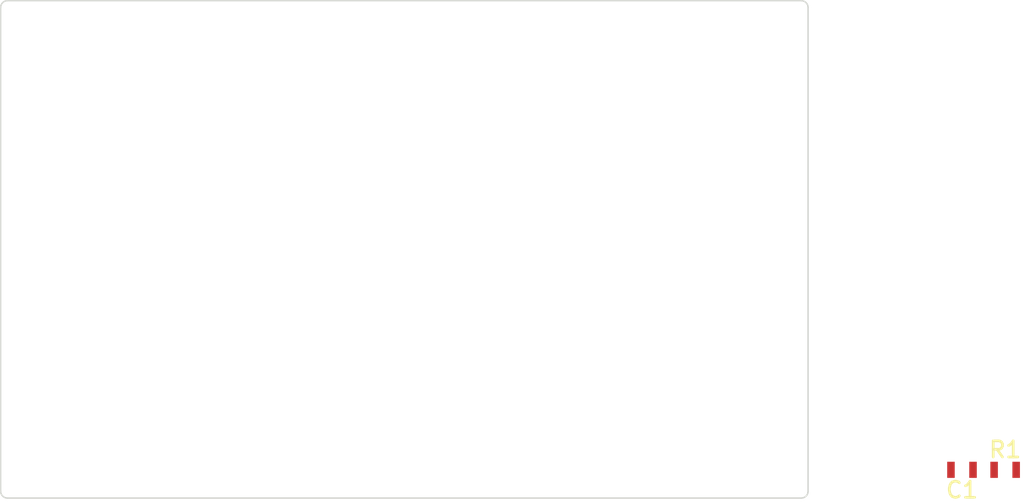
<source format=kicad_pcb>
(kicad_pcb (version 20240108) (generator jitx)
  (layers (0 F.Cu signal) (1 In1.Cu signal) (2 In2.Cu signal) (31 B.Cu signal) (34 "B.Paste" user) (35 "F.Paste" user) (36 "B.SilkS" user "B.Silkscreen") (37 "F.SilkS" user "F.Silkscreen") (38 "B.Mask" user) (39 "F.Mask" user) (44 "Edge.Cuts" user))
  (net 1 "GND")
  (net 2 "SIGNAL")
  (net 3 "VDD")
  (footprint "jitx-design:Pkg0402_1" (layer F.Cu) (at 160.22 116.2 270.0)
    (pad 1 smd rect (at 0.0 -0.4098612181134 270.0) (size 0.6 0.280277563773199) (net 3 "VDD") (layers F.Cu F.Mask F.Paste))
    (pad 2 smd rect (at 0.0 0.4098612181134 270.0) (size 0.6 0.280277563773199) (net 1 "GND") (layers F.Cu F.Mask F.Paste))
    (fp_text reference "C1" (at 0.75 0.0 0.0) (layer F.SilkS) (effects (font (size 0.6 0.6) (thickness 0.10))))
    (fp_text value "100n")
  )
  (footprint "jitx-design:Pkg0402" (layer F.Cu) (at 161.823200137615 116.2 90.0)
    (pad 1 smd rect (at 0.0 -0.4098612181134 90.0) (size 0.6 0.280277563773199) (net 3 "VDD") (layers F.Cu F.Mask F.Paste))
    (pad 2 smd rect (at 0.0 0.4098612181134 90.0) (size 0.6 0.280277563773199) (net 2 "SIGNAL") (layers F.Cu F.Mask F.Paste))
    (fp_text reference "R1" (at 0.75 0.0 0.0) (layer F.SilkS) (effects (font (size 0.6 0.6) (thickness 0.10))))
    (fp_text value "10K")
  )
  (gr_line (start 154.5 99.0) (end 154.495196320101 98.951227419496) (layer Edge.Cuts) (stroke (width 0.05)))
  (gr_line (start 154.495196320101 98.951227419496) (end 154.480969883128 98.9043291419087) (layer Edge.Cuts) (stroke (width 0.05)))
  (gr_line (start 154.480969883128 98.9043291419087) (end 154.457867403076 98.8611074417451) (layer Edge.Cuts) (stroke (width 0.05)))
  (gr_line (start 154.457867403076 98.8611074417451) (end 154.426776695297 98.8232233047034) (layer Edge.Cuts) (stroke (width 0.05)))
  (gr_line (start 154.426776695297 98.8232233047034) (end 154.388892558255 98.7921325969244) (layer Edge.Cuts) (stroke (width 0.05)))
  (gr_line (start 154.388892558255 98.7921325969244) (end 154.345670858091 98.7690301168722) (layer Edge.Cuts) (stroke (width 0.05)))
  (gr_line (start 154.345670858091 98.7690301168722) (end 154.298772580504 98.7548036798992) (layer Edge.Cuts) (stroke (width 0.05)))
  (gr_line (start 154.298772580504 98.7548036798992) (end 154.25 98.75) (layer Edge.Cuts) (stroke (width 0.05)))
  (gr_line (start 154.25 98.75) (end 124.75 98.75) (layer Edge.Cuts) (stroke (width 0.05)))
  (gr_line (start 124.75 98.75) (end 124.701227419496 98.7548036798992) (layer Edge.Cuts) (stroke (width 0.05)))
  (gr_line (start 124.701227419496 98.7548036798992) (end 124.654329141909 98.7690301168722) (layer Edge.Cuts) (stroke (width 0.05)))
  (gr_line (start 124.654329141909 98.7690301168722) (end 124.611107441745 98.7921325969244) (layer Edge.Cuts) (stroke (width 0.05)))
  (gr_line (start 124.611107441745 98.7921325969244) (end 124.573223304703 98.8232233047034) (layer Edge.Cuts) (stroke (width 0.05)))
  (gr_line (start 124.573223304703 98.8232233047034) (end 124.542132596924 98.8611074417451) (layer Edge.Cuts) (stroke (width 0.05)))
  (gr_line (start 124.542132596924 98.8611074417451) (end 124.519030116872 98.9043291419087) (layer Edge.Cuts) (stroke (width 0.05)))
  (gr_line (start 124.519030116872 98.9043291419087) (end 124.504803679899 98.951227419496) (layer Edge.Cuts) (stroke (width 0.05)))
  (gr_line (start 124.504803679899 98.951227419496) (end 124.5 99.0) (layer Edge.Cuts) (stroke (width 0.05)))
  (gr_line (start 124.5 99.0) (end 124.5 117.0) (layer Edge.Cuts) (stroke (width 0.05)))
  (gr_line (start 124.5 117.0) (end 124.504803679899 117.048772580504) (layer Edge.Cuts) (stroke (width 0.05)))
  (gr_line (start 124.504803679899 117.048772580504) (end 124.519030116872 117.095670858091) (layer Edge.Cuts) (stroke (width 0.05)))
  (gr_line (start 124.519030116872 117.095670858091) (end 124.542132596924 117.138892558255) (layer Edge.Cuts) (stroke (width 0.05)))
  (gr_line (start 124.542132596924 117.138892558255) (end 124.573223304703 117.176776695297) (layer Edge.Cuts) (stroke (width 0.05)))
  (gr_line (start 124.573223304703 117.176776695297) (end 124.611107441745 117.207867403076) (layer Edge.Cuts) (stroke (width 0.05)))
  (gr_line (start 124.611107441745 117.207867403076) (end 124.654329141909 117.230969883128) (layer Edge.Cuts) (stroke (width 0.05)))
  (gr_line (start 124.654329141909 117.230969883128) (end 124.701227419496 117.245196320101) (layer Edge.Cuts) (stroke (width 0.05)))
  (gr_line (start 124.701227419496 117.245196320101) (end 124.75 117.25) (layer Edge.Cuts) (stroke (width 0.05)))
  (gr_line (start 124.75 117.25) (end 154.25 117.25) (layer Edge.Cuts) (stroke (width 0.05)))
  (gr_line (start 154.25 117.25) (end 154.298772580504 117.245196320101) (layer Edge.Cuts) (stroke (width 0.05)))
  (gr_line (start 154.298772580504 117.245196320101) (end 154.345670858091 117.230969883128) (layer Edge.Cuts) (stroke (width 0.05)))
  (gr_line (start 154.345670858091 117.230969883128) (end 154.388892558255 117.207867403076) (layer Edge.Cuts) (stroke (width 0.05)))
  (gr_line (start 154.388892558255 117.207867403076) (end 154.426776695297 117.176776695297) (layer Edge.Cuts) (stroke (width 0.05)))
  (gr_line (start 154.426776695297 117.176776695297) (end 154.457867403076 117.138892558255) (layer Edge.Cuts) (stroke (width 0.05)))
  (gr_line (start 154.457867403076 117.138892558255) (end 154.480969883128 117.095670858091) (layer Edge.Cuts) (stroke (width 0.05)))
  (gr_line (start 154.480969883128 117.095670858091) (end 154.495196320101 117.048772580504) (layer Edge.Cuts) (stroke (width 0.05)))
  (gr_line (start 154.495196320101 117.048772580504) (end 154.5 117.0) (layer Edge.Cuts) (stroke (width 0.05)))
  (gr_line (start 154.5 117.0) (end 154.5 99.0) (layer Edge.Cuts) (stroke (width 0.05)))
)
</source>
